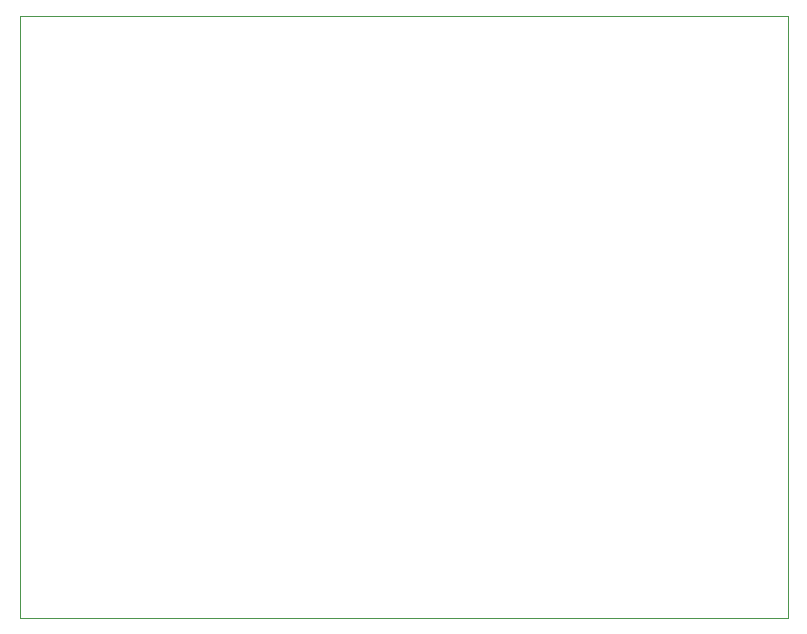
<source format=gm1>
G04 #@! TF.GenerationSoftware,KiCad,Pcbnew,(6.0.0)*
G04 #@! TF.CreationDate,2022-01-21T17:49:38-05:00*
G04 #@! TF.ProjectId,serial_interface,73657269-616c-45f6-996e-746572666163,D1*
G04 #@! TF.SameCoordinates,Original*
G04 #@! TF.FileFunction,Profile,NP*
%FSLAX45Y45*%
G04 Gerber Fmt 4.5, Leading zero omitted, Abs format (unit mm)*
G04 Created by KiCad (PCBNEW (6.0.0)) date 2022-01-21 17:49:38*
%MOMM*%
%LPD*%
G01*
G04 APERTURE LIST*
G04 #@! TA.AperFunction,Profile*
%ADD10C,0.100000*%
G04 #@! TD*
G04 APERTURE END LIST*
D10*
X16900000Y-8400000D02*
X10400000Y-8400000D01*
X16900000Y-13500000D02*
X16900000Y-8400000D01*
X10400000Y-13500000D02*
X16900000Y-13500000D01*
X10400000Y-8400000D02*
X10400000Y-13500000D01*
M02*

</source>
